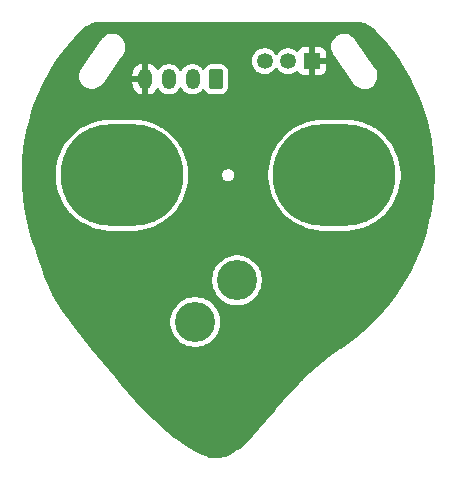
<source format=gbr>
%TF.GenerationSoftware,KiCad,Pcbnew,9.0.6*%
%TF.CreationDate,2025-11-20T15:49:29+01:00*%
%TF.ProjectId,N57__ldruckanzeige_Sensor,4e35375f-d66c-4647-9275-636b616e7a65,rev?*%
%TF.SameCoordinates,Original*%
%TF.FileFunction,Copper,L2,Bot*%
%TF.FilePolarity,Positive*%
%FSLAX46Y46*%
G04 Gerber Fmt 4.6, Leading zero omitted, Abs format (unit mm)*
G04 Created by KiCad (PCBNEW 9.0.6) date 2025-11-20 15:49:29*
%MOMM*%
%LPD*%
G01*
G04 APERTURE LIST*
G04 Aperture macros list*
%AMRoundRect*
0 Rectangle with rounded corners*
0 $1 Rounding radius*
0 $2 $3 $4 $5 $6 $7 $8 $9 X,Y pos of 4 corners*
0 Add a 4 corners polygon primitive as box body*
4,1,4,$2,$3,$4,$5,$6,$7,$8,$9,$2,$3,0*
0 Add four circle primitives for the rounded corners*
1,1,$1+$1,$2,$3*
1,1,$1+$1,$4,$5*
1,1,$1+$1,$6,$7*
1,1,$1+$1,$8,$9*
0 Add four rect primitives between the rounded corners*
20,1,$1+$1,$2,$3,$4,$5,0*
20,1,$1+$1,$4,$5,$6,$7,0*
20,1,$1+$1,$6,$7,$8,$9,0*
20,1,$1+$1,$8,$9,$2,$3,0*%
G04 Aperture macros list end*
%TA.AperFunction,ComponentPad*%
%ADD10O,10.400000X8.600000*%
%TD*%
%TA.AperFunction,ComponentPad*%
%ADD11C,3.400000*%
%TD*%
%TA.AperFunction,ComponentPad*%
%ADD12R,1.350000X1.350000*%
%TD*%
%TA.AperFunction,ComponentPad*%
%ADD13C,1.350000*%
%TD*%
%TA.AperFunction,ComponentPad*%
%ADD14RoundRect,0.250000X0.350000X0.625000X-0.350000X0.625000X-0.350000X-0.625000X0.350000X-0.625000X0*%
%TD*%
%TA.AperFunction,ComponentPad*%
%ADD15O,1.200000X1.750000*%
%TD*%
%TA.AperFunction,ViaPad*%
%ADD16C,0.800000*%
%TD*%
%TA.AperFunction,Conductor*%
%ADD17C,1.800000*%
%TD*%
G04 APERTURE END LIST*
D10*
%TO.P,H1,1,1*%
%TO.N,PRES_SENSE*%
X91000000Y-100000000D03*
%TD*%
D11*
%TO.P,J3,1,Pin_1*%
%TO.N,unconnected-(J3-Pin_1-Pad1)*%
X97216233Y-112435767D03*
%TO.P,J3,2,Pin_2*%
%TO.N,Net-(J3-Pin_2)*%
X100751767Y-108900233D03*
%TD*%
D12*
%TO.P,J2,1,Pin_1*%
%TO.N,GND*%
X107080000Y-90348000D03*
D13*
%TO.P,J2,2,Pin_2*%
%TO.N,TEMP_DQ*%
X105080000Y-90348000D03*
%TO.P,J2,3,Pin_3*%
%TO.N,+3.3V*%
X103080000Y-90348000D03*
%TD*%
D10*
%TO.P,H2,1,1*%
%TO.N,Net-(J3-Pin_2)*%
X109000000Y-100000000D03*
%TD*%
D14*
%TO.P,J1,1,Pin_1*%
%TO.N,+3.3V*%
X98984000Y-91872000D03*
D15*
%TO.P,J1,2,Pin_2*%
%TO.N,PRES_SENSE*%
X96984000Y-91872000D03*
%TO.P,J1,3,Pin_3*%
%TO.N,TEMP_DQ*%
X94984000Y-91872000D03*
%TO.P,J1,4,Pin_4*%
%TO.N,GND*%
X92984000Y-91872000D03*
%TD*%
D16*
%TO.N,GND*%
X108255000Y-114298079D03*
X84485675Y-105646753D03*
X88824000Y-113716000D03*
X93523000Y-118923000D03*
X85649000Y-108509000D03*
X106096000Y-116256000D03*
X84485675Y-94353247D03*
X114298079Y-108255000D03*
X110612423Y-112647394D03*
X87352606Y-89387577D03*
X91110000Y-91110000D03*
X104000000Y-87808000D03*
X115514325Y-94353247D03*
X93000000Y-88000000D03*
X116259176Y-97133069D03*
X83740824Y-102866931D03*
X112647394Y-110612423D03*
X102808178Y-119304000D03*
X115514325Y-105646753D03*
X98984000Y-97968000D03*
X91237000Y-116383000D03*
X96444000Y-121717000D03*
X114298079Y-91745000D03*
X100381000Y-121971000D03*
X97000000Y-88000000D03*
X87046000Y-111049000D03*
X112647394Y-89387577D03*
X83740824Y-97133069D03*
X85701921Y-91745000D03*
X116259176Y-102866931D03*
X101000000Y-87808000D03*
X111000000Y-88000000D03*
X107000000Y-88000000D03*
X116510000Y-100000000D03*
X89000000Y-88000000D03*
X96952000Y-95428000D03*
X83490000Y-100000000D03*
%TD*%
D17*
%TO.N,Net-(J3-Pin_2)*%
X109000000Y-100000000D02*
X107670000Y-101330000D01*
%TD*%
%TA.AperFunction,Conductor*%
%TO.N,GND*%
G36*
X110715648Y-87000700D02*
G01*
X110738073Y-87001975D01*
X110988501Y-87016221D01*
X111002478Y-87017817D01*
X111268344Y-87063579D01*
X111282040Y-87066747D01*
X111541003Y-87142358D01*
X111554250Y-87147057D01*
X111802902Y-87251516D01*
X111802971Y-87251545D01*
X111815621Y-87257727D01*
X112050873Y-87389731D01*
X112062732Y-87397301D01*
X112281480Y-87555113D01*
X112281512Y-87555136D01*
X112292446Y-87564011D01*
X112493735Y-87747289D01*
X112500809Y-87754268D01*
X113053523Y-88345141D01*
X113057379Y-88349462D01*
X113116812Y-88419265D01*
X113519364Y-88892054D01*
X113583479Y-88967355D01*
X113587125Y-88971846D01*
X114082395Y-89611813D01*
X114083826Y-89613661D01*
X114087233Y-89618282D01*
X114553457Y-90282639D01*
X114556653Y-90287429D01*
X114991303Y-90972764D01*
X114994290Y-90977726D01*
X115396476Y-91682627D01*
X115399227Y-91687723D01*
X115768043Y-92410601D01*
X115770554Y-92415820D01*
X116105216Y-93155135D01*
X116107481Y-93160465D01*
X116407269Y-93914633D01*
X116409282Y-93920064D01*
X116673521Y-94687384D01*
X116675278Y-94692902D01*
X116903397Y-95471721D01*
X116904895Y-95477316D01*
X117096402Y-96265942D01*
X117097637Y-96271600D01*
X117246517Y-97039456D01*
X117252114Y-97068320D01*
X117253083Y-97074030D01*
X117370184Y-97877068D01*
X117370886Y-97882817D01*
X117450368Y-98690478D01*
X117450800Y-98696253D01*
X117492479Y-99506705D01*
X117492642Y-99512495D01*
X117496433Y-100324063D01*
X117496324Y-100329853D01*
X117462218Y-101140655D01*
X117461840Y-101146435D01*
X117389908Y-101954800D01*
X117389260Y-101960555D01*
X117279663Y-102764669D01*
X117278747Y-102770387D01*
X117131724Y-103568499D01*
X117130542Y-103574169D01*
X116946414Y-104364539D01*
X116944969Y-104370148D01*
X116724127Y-105151092D01*
X116722421Y-105156626D01*
X116465367Y-105926369D01*
X116463405Y-105931818D01*
X116170680Y-106688742D01*
X116168465Y-106694094D01*
X115840721Y-107436514D01*
X115838259Y-107441756D01*
X115476208Y-108168056D01*
X115473504Y-108173178D01*
X115077926Y-108881796D01*
X115074986Y-108886785D01*
X114646758Y-109576149D01*
X114643588Y-109580996D01*
X114183638Y-110249614D01*
X114180245Y-110254308D01*
X113689566Y-110900733D01*
X113685957Y-110905263D01*
X113165648Y-111528046D01*
X113161832Y-111532403D01*
X112612992Y-112130234D01*
X112608977Y-112134407D01*
X112032836Y-112705944D01*
X112028630Y-112709926D01*
X111426424Y-113253943D01*
X111422037Y-113257724D01*
X110795082Y-113773030D01*
X110790523Y-113776602D01*
X110140188Y-114262073D01*
X110135467Y-114265428D01*
X109513036Y-114686289D01*
X109512749Y-114686483D01*
X109504331Y-114692140D01*
X109502009Y-114692964D01*
X109455238Y-114725135D01*
X109454659Y-114725525D01*
X109454609Y-114725540D01*
X109452528Y-114726925D01*
X109405356Y-114757239D01*
X109399151Y-114762488D01*
X109398761Y-114762027D01*
X109388174Y-114771266D01*
X108899550Y-115107376D01*
X108889731Y-115114130D01*
X108873420Y-115121238D01*
X108835627Y-115151346D01*
X108832039Y-115153815D01*
X108832038Y-115153816D01*
X108795815Y-115178734D01*
X108795814Y-115178735D01*
X108791994Y-115183211D01*
X108774948Y-115199690D01*
X108402469Y-115496448D01*
X108402467Y-115496449D01*
X108391676Y-115505045D01*
X108386365Y-115507508D01*
X108340274Y-115545996D01*
X108339118Y-115546918D01*
X108339109Y-115546926D01*
X108293191Y-115583511D01*
X108288898Y-115587963D01*
X108279121Y-115597064D01*
X108022813Y-115811103D01*
X108022814Y-115811104D01*
X108012996Y-115819302D01*
X108008498Y-115821497D01*
X107962516Y-115861460D01*
X107961556Y-115862262D01*
X107915692Y-115900563D01*
X107913020Y-115903465D01*
X107903152Y-115913053D01*
X107601507Y-116175217D01*
X107592235Y-116183274D01*
X107588184Y-116185342D01*
X107542631Y-116226385D01*
X107541735Y-116227164D01*
X107541698Y-116227198D01*
X107496200Y-116266743D01*
X107494385Y-116268794D01*
X107484537Y-116278729D01*
X107045803Y-116674039D01*
X107037391Y-116681620D01*
X107034168Y-116683323D01*
X106988474Y-116725696D01*
X106953891Y-116756856D01*
X106942187Y-116767402D01*
X106941903Y-116767736D01*
X106931914Y-116778144D01*
X106374975Y-117294611D01*
X106364636Y-117304199D01*
X106356869Y-117308659D01*
X106316415Y-117348915D01*
X106314805Y-117350409D01*
X106274570Y-117387719D01*
X106269384Y-117393976D01*
X106269046Y-117393696D01*
X106259808Y-117405247D01*
X106026509Y-117637412D01*
X106017190Y-117646684D01*
X106012640Y-117649426D01*
X105970583Y-117693064D01*
X105969643Y-117694000D01*
X105969644Y-117694000D01*
X105927545Y-117735895D01*
X105924653Y-117739645D01*
X105915754Y-117749956D01*
X105272216Y-118417709D01*
X105272217Y-118417710D01*
X105262421Y-118427873D01*
X105254957Y-118432735D01*
X105216795Y-118475216D01*
X105215281Y-118476788D01*
X105215279Y-118476791D01*
X105177154Y-118516352D01*
X105172332Y-118522883D01*
X105171974Y-118522618D01*
X105163415Y-118534642D01*
X104687524Y-119064428D01*
X104687523Y-119064429D01*
X104678142Y-119074871D01*
X104673154Y-119078292D01*
X104634232Y-119123753D01*
X104633192Y-119124911D01*
X104633180Y-119124926D01*
X104594126Y-119168404D01*
X104590330Y-119173941D01*
X104582260Y-119184456D01*
X104030455Y-119828983D01*
X104030456Y-119828984D01*
X104025843Y-119834371D01*
X104025828Y-119834383D01*
X103989515Y-119876804D01*
X103984660Y-119882477D01*
X103984613Y-119882532D01*
X103984606Y-119882540D01*
X103935266Y-119940170D01*
X103935201Y-119940257D01*
X103470641Y-120482980D01*
X103470642Y-120482981D01*
X103465344Y-120489170D01*
X103465223Y-120489254D01*
X103422993Y-120538647D01*
X103422850Y-120538815D01*
X103422804Y-120538869D01*
X103374842Y-120594901D01*
X103374441Y-120595436D01*
X103208395Y-120789652D01*
X103207733Y-120790420D01*
X102095558Y-122069946D01*
X102091435Y-122074459D01*
X101603803Y-122582564D01*
X101601068Y-122585326D01*
X101375211Y-122806362D01*
X101372375Y-122809052D01*
X101180840Y-122985028D01*
X101176893Y-122988502D01*
X100971889Y-123161413D01*
X100967137Y-123165226D01*
X100786917Y-123302667D01*
X100779585Y-123307850D01*
X100163119Y-123710956D01*
X100137005Y-123723935D01*
X99874003Y-123817973D01*
X99861628Y-123821683D01*
X99549641Y-123897753D01*
X99540021Y-123899698D01*
X99393979Y-123923265D01*
X99387485Y-123924138D01*
X99247474Y-123939197D01*
X99234566Y-123939908D01*
X98569142Y-123941795D01*
X98539099Y-123938188D01*
X98422807Y-123909508D01*
X98416304Y-123907715D01*
X98273906Y-123864258D01*
X98268042Y-123862307D01*
X98102056Y-123802460D01*
X98096741Y-123800405D01*
X97884536Y-123712680D01*
X97880157Y-123710770D01*
X97621428Y-123591944D01*
X97617901Y-123590257D01*
X97253885Y-123408970D01*
X97251190Y-123407586D01*
X96823401Y-123181329D01*
X96813284Y-123175348D01*
X96421552Y-122917960D01*
X96419405Y-122916517D01*
X95582878Y-122341550D01*
X95578983Y-122338761D01*
X95413717Y-122215505D01*
X95152070Y-122020367D01*
X95148707Y-122017768D01*
X94795755Y-121735013D01*
X94788225Y-121728466D01*
X93757999Y-120757278D01*
X93756764Y-120756098D01*
X93563839Y-120569142D01*
X92869869Y-119896642D01*
X92429971Y-119468451D01*
X92423238Y-119461358D01*
X92352487Y-119380683D01*
X92352466Y-119380659D01*
X92128299Y-119124911D01*
X91600160Y-118522367D01*
X91599628Y-118521755D01*
X91560751Y-118476788D01*
X90932363Y-117749956D01*
X90394646Y-117127999D01*
X90389377Y-117122554D01*
X88366231Y-114692673D01*
X88363745Y-114689589D01*
X88361323Y-114686483D01*
X86926723Y-112846435D01*
X86767804Y-112642602D01*
X86765974Y-112640195D01*
X86662136Y-112500095D01*
X86512423Y-112298099D01*
X95115733Y-112298099D01*
X95115733Y-112573434D01*
X95115734Y-112573451D01*
X95151671Y-112846422D01*
X95151672Y-112846427D01*
X95151673Y-112846433D01*
X95151674Y-112846435D01*
X95222937Y-113112397D01*
X95328308Y-113366784D01*
X95328313Y-113366795D01*
X95411094Y-113510174D01*
X95465984Y-113605246D01*
X95465986Y-113605249D01*
X95465987Y-113605250D01*
X95633603Y-113823693D01*
X95633609Y-113823700D01*
X95828299Y-114018390D01*
X95828305Y-114018395D01*
X96046754Y-114186016D01*
X96200011Y-114274499D01*
X96285204Y-114323686D01*
X96285209Y-114323688D01*
X96285212Y-114323690D01*
X96539601Y-114429062D01*
X96805567Y-114500327D01*
X97078559Y-114536267D01*
X97078566Y-114536267D01*
X97353900Y-114536267D01*
X97353907Y-114536267D01*
X97626899Y-114500327D01*
X97892865Y-114429062D01*
X98147254Y-114323690D01*
X98385712Y-114186016D01*
X98604161Y-114018395D01*
X98798861Y-113823695D01*
X98966482Y-113605246D01*
X99104156Y-113366788D01*
X99209528Y-113112399D01*
X99280793Y-112846433D01*
X99316733Y-112573441D01*
X99316733Y-112298093D01*
X99280793Y-112025101D01*
X99209528Y-111759135D01*
X99104156Y-111504746D01*
X99104154Y-111504743D01*
X99104152Y-111504738D01*
X99054965Y-111419545D01*
X98966482Y-111266288D01*
X98866372Y-111135821D01*
X98798862Y-111047840D01*
X98798856Y-111047833D01*
X98604166Y-110853143D01*
X98604159Y-110853137D01*
X98385716Y-110685521D01*
X98385715Y-110685520D01*
X98385712Y-110685518D01*
X98240397Y-110601620D01*
X98147261Y-110547847D01*
X98147250Y-110547842D01*
X97892863Y-110442471D01*
X97738040Y-110400987D01*
X97626899Y-110371207D01*
X97626893Y-110371206D01*
X97626888Y-110371205D01*
X97353917Y-110335268D01*
X97353912Y-110335267D01*
X97353907Y-110335267D01*
X97078559Y-110335267D01*
X97078553Y-110335267D01*
X97078548Y-110335268D01*
X96805577Y-110371205D01*
X96805570Y-110371206D01*
X96805567Y-110371207D01*
X96749358Y-110386267D01*
X96539602Y-110442471D01*
X96285215Y-110547842D01*
X96285204Y-110547847D01*
X96046749Y-110685521D01*
X95828306Y-110853137D01*
X95828299Y-110853143D01*
X95633609Y-111047833D01*
X95633603Y-111047840D01*
X95465987Y-111266283D01*
X95328313Y-111504738D01*
X95328308Y-111504749D01*
X95222937Y-111759136D01*
X95151674Y-112025098D01*
X95151671Y-112025111D01*
X95115734Y-112298082D01*
X95115733Y-112298099D01*
X86512423Y-112298099D01*
X86264115Y-111963075D01*
X86262367Y-111960655D01*
X86179623Y-111843138D01*
X86178092Y-111840913D01*
X85952181Y-111504738D01*
X85690697Y-111115627D01*
X85688292Y-111111905D01*
X85371573Y-110601610D01*
X85367016Y-110593617D01*
X85296951Y-110459384D01*
X85296859Y-110458973D01*
X85266565Y-110401169D01*
X85236167Y-110342931D01*
X85232944Y-110336756D01*
X85231967Y-110335152D01*
X85212523Y-110298052D01*
X85211489Y-110296035D01*
X85098097Y-110069712D01*
X84977944Y-109829896D01*
X84975688Y-109825142D01*
X84929108Y-109721360D01*
X84731703Y-109281536D01*
X84728941Y-109274867D01*
X84534119Y-108762565D01*
X98651267Y-108762565D01*
X98651267Y-109037900D01*
X98651268Y-109037917D01*
X98687205Y-109310888D01*
X98687206Y-109310893D01*
X98687207Y-109310899D01*
X98687208Y-109310901D01*
X98758471Y-109576863D01*
X98863842Y-109831250D01*
X98863847Y-109831261D01*
X98928325Y-109942938D01*
X99001518Y-110069712D01*
X99001520Y-110069715D01*
X99001521Y-110069716D01*
X99169137Y-110288159D01*
X99169143Y-110288166D01*
X99363833Y-110482856D01*
X99363839Y-110482861D01*
X99582288Y-110650482D01*
X99735545Y-110738965D01*
X99820738Y-110788152D01*
X99820743Y-110788154D01*
X99820746Y-110788156D01*
X100075135Y-110893528D01*
X100341101Y-110964793D01*
X100614093Y-111000733D01*
X100614100Y-111000733D01*
X100889434Y-111000733D01*
X100889441Y-111000733D01*
X101162433Y-110964793D01*
X101428399Y-110893528D01*
X101682788Y-110788156D01*
X101921246Y-110650482D01*
X102139695Y-110482861D01*
X102334395Y-110288161D01*
X102502016Y-110069712D01*
X102639690Y-109831254D01*
X102745062Y-109576865D01*
X102816327Y-109310899D01*
X102852267Y-109037907D01*
X102852267Y-108762559D01*
X102816327Y-108489567D01*
X102745062Y-108223601D01*
X102639690Y-107969212D01*
X102639688Y-107969209D01*
X102639686Y-107969204D01*
X102590499Y-107884011D01*
X102502016Y-107730754D01*
X102334395Y-107512305D01*
X102334390Y-107512299D01*
X102139700Y-107317609D01*
X102139693Y-107317603D01*
X101921250Y-107149987D01*
X101921249Y-107149986D01*
X101921246Y-107149984D01*
X101826174Y-107095094D01*
X101682795Y-107012313D01*
X101682784Y-107012308D01*
X101428397Y-106906937D01*
X101295416Y-106871305D01*
X101162433Y-106835673D01*
X101162427Y-106835672D01*
X101162422Y-106835671D01*
X100889451Y-106799734D01*
X100889446Y-106799733D01*
X100889441Y-106799733D01*
X100614093Y-106799733D01*
X100614087Y-106799733D01*
X100614082Y-106799734D01*
X100341111Y-106835671D01*
X100341104Y-106835672D01*
X100341101Y-106835673D01*
X100284892Y-106850733D01*
X100075136Y-106906937D01*
X99820749Y-107012308D01*
X99820738Y-107012313D01*
X99582283Y-107149987D01*
X99363840Y-107317603D01*
X99363833Y-107317609D01*
X99169143Y-107512299D01*
X99169137Y-107512306D01*
X99001521Y-107730749D01*
X98863847Y-107969204D01*
X98863842Y-107969215D01*
X98758471Y-108223602D01*
X98687208Y-108489564D01*
X98687205Y-108489577D01*
X98651268Y-108762548D01*
X98651267Y-108762565D01*
X84534119Y-108762565D01*
X84337007Y-108244241D01*
X84336207Y-108242076D01*
X84048277Y-107437907D01*
X84047647Y-107436102D01*
X84007301Y-107317609D01*
X83536121Y-105933780D01*
X83535841Y-105930284D01*
X83514912Y-105871489D01*
X83512359Y-105863989D01*
X83511984Y-105862870D01*
X83495962Y-105814309D01*
X83259408Y-105097323D01*
X83257731Y-105091813D01*
X83148535Y-104700500D01*
X83040318Y-104312693D01*
X83038898Y-104307105D01*
X82961114Y-103968142D01*
X82857971Y-103518671D01*
X82856827Y-103513086D01*
X82712794Y-102717105D01*
X82711909Y-102711470D01*
X82605073Y-101909622D01*
X82604446Y-101903897D01*
X82595543Y-101800512D01*
X82535048Y-101098000D01*
X82534688Y-101092242D01*
X82529153Y-100951634D01*
X82502871Y-100283977D01*
X82502779Y-100278271D01*
X82506267Y-99794770D01*
X85399500Y-99794770D01*
X85399500Y-100205229D01*
X85435274Y-100614127D01*
X85435274Y-100614129D01*
X85506547Y-101018334D01*
X85506551Y-101018351D01*
X85612780Y-101414807D01*
X85753164Y-101800512D01*
X85753168Y-101800522D01*
X85926629Y-102172507D01*
X85926634Y-102172517D01*
X86131862Y-102527983D01*
X86131866Y-102527989D01*
X86131873Y-102528000D01*
X86367290Y-102864210D01*
X86557991Y-103091478D01*
X86631126Y-103178637D01*
X86921363Y-103468874D01*
X86980751Y-103518706D01*
X87235789Y-103732709D01*
X87571999Y-103968126D01*
X87572006Y-103968130D01*
X87572017Y-103968138D01*
X87927483Y-104173366D01*
X87927492Y-104173370D01*
X88299477Y-104346831D01*
X88299487Y-104346835D01*
X88587795Y-104451770D01*
X88685186Y-104487217D01*
X88685187Y-104487217D01*
X88685192Y-104487219D01*
X88809745Y-104520592D01*
X89081656Y-104593451D01*
X89485877Y-104664726D01*
X89894770Y-104700499D01*
X89894771Y-104700500D01*
X89894772Y-104700500D01*
X92105229Y-104700500D01*
X92105229Y-104700499D01*
X92514123Y-104664726D01*
X92918344Y-104593451D01*
X93314814Y-104487217D01*
X93605055Y-104381578D01*
X93700512Y-104346835D01*
X93700522Y-104346831D01*
X93824517Y-104289010D01*
X94072517Y-104173366D01*
X94427983Y-103968138D01*
X94764209Y-103732710D01*
X95078637Y-103468874D01*
X95368874Y-103178637D01*
X95632710Y-102864209D01*
X95868138Y-102527983D01*
X96073366Y-102172517D01*
X96246833Y-101800517D01*
X96387217Y-101414814D01*
X96493451Y-101018344D01*
X96564726Y-100614123D01*
X96600500Y-100205228D01*
X96600500Y-99932791D01*
X99489500Y-99932791D01*
X99489500Y-100067209D01*
X99504980Y-100124980D01*
X99524290Y-100197047D01*
X99524291Y-100197048D01*
X99591495Y-100313450D01*
X99591497Y-100313453D01*
X99591498Y-100313454D01*
X99686546Y-100408502D01*
X99802954Y-100475710D01*
X99932791Y-100510500D01*
X99932794Y-100510500D01*
X100067206Y-100510500D01*
X100067209Y-100510500D01*
X100197046Y-100475710D01*
X100313454Y-100408502D01*
X100408502Y-100313454D01*
X100475710Y-100197046D01*
X100510500Y-100067209D01*
X100510500Y-99932791D01*
X100481392Y-99824159D01*
X100481392Y-99824157D01*
X100475711Y-99802958D01*
X100475710Y-99802954D01*
X100470985Y-99794770D01*
X103399500Y-99794770D01*
X103399500Y-100205229D01*
X103435274Y-100614127D01*
X103435274Y-100614129D01*
X103506547Y-101018334D01*
X103506551Y-101018351D01*
X103612780Y-101414807D01*
X103753164Y-101800512D01*
X103753168Y-101800522D01*
X103926629Y-102172507D01*
X103926634Y-102172517D01*
X104131862Y-102527983D01*
X104131866Y-102527989D01*
X104131873Y-102528000D01*
X104367290Y-102864210D01*
X104557991Y-103091478D01*
X104631126Y-103178637D01*
X104921363Y-103468874D01*
X104980751Y-103518706D01*
X105235789Y-103732709D01*
X105571999Y-103968126D01*
X105572006Y-103968130D01*
X105572017Y-103968138D01*
X105927483Y-104173366D01*
X105927492Y-104173370D01*
X106299477Y-104346831D01*
X106299487Y-104346835D01*
X106587795Y-104451770D01*
X106685186Y-104487217D01*
X106685187Y-104487217D01*
X106685192Y-104487219D01*
X106809745Y-104520592D01*
X107081656Y-104593451D01*
X107485877Y-104664726D01*
X107894770Y-104700499D01*
X107894771Y-104700500D01*
X107894772Y-104700500D01*
X110105229Y-104700500D01*
X110105229Y-104700499D01*
X110514123Y-104664726D01*
X110918344Y-104593451D01*
X111314814Y-104487217D01*
X111605055Y-104381578D01*
X111700512Y-104346835D01*
X111700522Y-104346831D01*
X111824517Y-104289010D01*
X112072517Y-104173366D01*
X112427983Y-103968138D01*
X112764209Y-103732710D01*
X113078637Y-103468874D01*
X113368874Y-103178637D01*
X113632710Y-102864209D01*
X113868138Y-102527983D01*
X114073366Y-102172517D01*
X114246833Y-101800517D01*
X114387217Y-101414814D01*
X114493451Y-101018344D01*
X114564726Y-100614123D01*
X114600500Y-100205228D01*
X114600500Y-99794772D01*
X114564726Y-99385877D01*
X114493451Y-98981656D01*
X114405396Y-98653031D01*
X114387219Y-98585192D01*
X114246835Y-98199487D01*
X114246831Y-98199477D01*
X114081706Y-97845368D01*
X114073366Y-97827483D01*
X113868138Y-97472017D01*
X113868130Y-97472006D01*
X113868126Y-97471999D01*
X113632709Y-97135789D01*
X113478575Y-96952100D01*
X113368874Y-96821363D01*
X113078637Y-96531126D01*
X112991478Y-96457991D01*
X112764210Y-96267290D01*
X112428000Y-96031873D01*
X112427989Y-96031866D01*
X112427983Y-96031862D01*
X112322377Y-95970890D01*
X112072523Y-95826637D01*
X112072507Y-95826629D01*
X111700522Y-95653168D01*
X111700512Y-95653164D01*
X111314807Y-95512780D01*
X110918351Y-95406551D01*
X110918354Y-95406551D01*
X110918344Y-95406549D01*
X110918338Y-95406547D01*
X110918334Y-95406547D01*
X110514128Y-95335274D01*
X110105229Y-95299500D01*
X110105228Y-95299500D01*
X107894772Y-95299500D01*
X107894771Y-95299500D01*
X107485872Y-95335274D01*
X107485870Y-95335274D01*
X107081665Y-95406547D01*
X107081648Y-95406551D01*
X106685192Y-95512780D01*
X106299487Y-95653164D01*
X106299477Y-95653168D01*
X105927492Y-95826629D01*
X105927476Y-95826637D01*
X105572025Y-96031857D01*
X105571999Y-96031873D01*
X105235789Y-96267290D01*
X104921360Y-96531128D01*
X104631128Y-96821360D01*
X104367290Y-97135789D01*
X104131873Y-97471999D01*
X104131857Y-97472025D01*
X103926637Y-97827476D01*
X103926629Y-97827492D01*
X103753168Y-98199477D01*
X103753164Y-98199487D01*
X103612780Y-98585192D01*
X103506551Y-98981648D01*
X103506547Y-98981665D01*
X103435274Y-99385870D01*
X103435274Y-99385872D01*
X103399500Y-99794770D01*
X100470985Y-99794770D01*
X100408502Y-99686546D01*
X100313454Y-99591498D01*
X100313453Y-99591497D01*
X100313450Y-99591495D01*
X100197048Y-99524291D01*
X100197047Y-99524290D01*
X100164586Y-99515592D01*
X100067209Y-99489500D01*
X99932791Y-99489500D01*
X99868582Y-99506705D01*
X99802952Y-99524290D01*
X99802951Y-99524291D01*
X99686549Y-99591495D01*
X99686544Y-99591499D01*
X99591499Y-99686544D01*
X99591495Y-99686549D01*
X99524291Y-99802951D01*
X99524290Y-99802952D01*
X99518608Y-99824159D01*
X99489500Y-99932791D01*
X96600500Y-99932791D01*
X96600500Y-99794772D01*
X96564726Y-99385877D01*
X96493451Y-98981656D01*
X96405396Y-98653031D01*
X96387219Y-98585192D01*
X96246835Y-98199487D01*
X96246831Y-98199477D01*
X96081706Y-97845368D01*
X96073366Y-97827483D01*
X95868138Y-97472017D01*
X95868130Y-97472006D01*
X95868126Y-97471999D01*
X95632709Y-97135789D01*
X95478575Y-96952100D01*
X95368874Y-96821363D01*
X95078637Y-96531126D01*
X94991478Y-96457991D01*
X94764210Y-96267290D01*
X94428000Y-96031873D01*
X94427989Y-96031866D01*
X94427983Y-96031862D01*
X94322377Y-95970890D01*
X94072523Y-95826637D01*
X94072507Y-95826629D01*
X93700522Y-95653168D01*
X93700512Y-95653164D01*
X93314807Y-95512780D01*
X92918351Y-95406551D01*
X92918354Y-95406551D01*
X92918344Y-95406549D01*
X92918338Y-95406547D01*
X92918334Y-95406547D01*
X92514128Y-95335274D01*
X92105229Y-95299500D01*
X92105228Y-95299500D01*
X89894772Y-95299500D01*
X89894771Y-95299500D01*
X89485872Y-95335274D01*
X89485870Y-95335274D01*
X89081665Y-95406547D01*
X89081648Y-95406551D01*
X88685192Y-95512780D01*
X88299487Y-95653164D01*
X88299477Y-95653168D01*
X87927492Y-95826629D01*
X87927476Y-95826637D01*
X87572025Y-96031857D01*
X87571999Y-96031873D01*
X87235789Y-96267290D01*
X86921360Y-96531128D01*
X86631128Y-96821360D01*
X86367290Y-97135789D01*
X86131873Y-97471999D01*
X86131857Y-97472025D01*
X85926637Y-97827476D01*
X85926629Y-97827492D01*
X85753168Y-98199477D01*
X85753164Y-98199487D01*
X85612780Y-98585192D01*
X85506551Y-98981648D01*
X85506547Y-98981665D01*
X85435274Y-99385870D01*
X85435274Y-99385872D01*
X85399500Y-99794770D01*
X82506267Y-99794770D01*
X82508614Y-99469376D01*
X82508790Y-99463614D01*
X82512974Y-99385872D01*
X82552263Y-98655875D01*
X82552704Y-98650170D01*
X82633723Y-97845343D01*
X82634427Y-97839665D01*
X82752817Y-97039452D01*
X82753795Y-97033767D01*
X82795403Y-96821360D01*
X82909291Y-96239973D01*
X82910519Y-96234391D01*
X83102801Y-95448647D01*
X83104290Y-95443122D01*
X83332924Y-94667204D01*
X83334682Y-94661714D01*
X83417099Y-94423516D01*
X83599179Y-93897276D01*
X83601172Y-93891924D01*
X83900980Y-93140570D01*
X83903206Y-93135350D01*
X84237650Y-92398782D01*
X84240127Y-92393648D01*
X84608488Y-91673445D01*
X84611214Y-91668408D01*
X84632487Y-91631196D01*
X87375579Y-91631196D01*
X87375580Y-91631205D01*
X87401680Y-91833476D01*
X87401681Y-91833481D01*
X87464508Y-92027521D01*
X87464509Y-92027522D01*
X87561921Y-92206713D01*
X87690580Y-92364929D01*
X87690601Y-92364954D01*
X87690607Y-92364960D01*
X87846125Y-92496820D01*
X87846165Y-92496854D01*
X88023319Y-92597925D01*
X88023325Y-92597927D01*
X88023327Y-92597928D01*
X88206824Y-92661532D01*
X88216027Y-92664722D01*
X88417729Y-92694972D01*
X88621554Y-92687644D01*
X88820562Y-92642987D01*
X89007976Y-92562523D01*
X89177414Y-92448992D01*
X89323105Y-92306260D01*
X89337166Y-92286177D01*
X89337171Y-92286172D01*
X89362102Y-92250568D01*
X89880353Y-91510428D01*
X91884000Y-91510428D01*
X91884000Y-91622000D01*
X92703670Y-91622000D01*
X92683925Y-91641745D01*
X92634556Y-91727255D01*
X92609000Y-91822630D01*
X92609000Y-91921370D01*
X92634556Y-92016745D01*
X92683925Y-92102255D01*
X92703670Y-92122000D01*
X91884000Y-92122000D01*
X91884000Y-92233571D01*
X91911085Y-92404584D01*
X91964591Y-92569257D01*
X92043195Y-92723524D01*
X92144967Y-92863602D01*
X92267397Y-92986032D01*
X92407475Y-93087804D01*
X92561744Y-93166408D01*
X92726415Y-93219914D01*
X92726414Y-93219914D01*
X92733999Y-93221115D01*
X92734000Y-93221114D01*
X92734000Y-92152330D01*
X92753745Y-92172075D01*
X92839255Y-92221444D01*
X92934630Y-92247000D01*
X93033370Y-92247000D01*
X93128745Y-92221444D01*
X93214255Y-92172075D01*
X93234000Y-92152330D01*
X93234000Y-93221115D01*
X93241584Y-93219914D01*
X93406255Y-93166408D01*
X93560524Y-93087804D01*
X93700602Y-92986032D01*
X93823032Y-92863602D01*
X93924803Y-92723524D01*
X93933076Y-92707289D01*
X93981049Y-92656492D01*
X94048870Y-92639696D01*
X94115005Y-92662232D01*
X94146664Y-92694691D01*
X94206860Y-92784782D01*
X94346214Y-92924136D01*
X94346218Y-92924139D01*
X94510079Y-93033628D01*
X94510092Y-93033635D01*
X94667284Y-93098745D01*
X94692165Y-93109051D01*
X94692169Y-93109051D01*
X94692170Y-93109052D01*
X94885456Y-93147500D01*
X94885459Y-93147500D01*
X95082543Y-93147500D01*
X95212582Y-93121632D01*
X95275835Y-93109051D01*
X95457914Y-93033632D01*
X95621782Y-92924139D01*
X95761139Y-92784782D01*
X95870632Y-92620914D01*
X95870634Y-92620907D01*
X95873502Y-92615544D01*
X95875310Y-92616510D01*
X95913272Y-92569397D01*
X95979564Y-92547326D01*
X96047265Y-92564600D01*
X96094879Y-92615734D01*
X96096522Y-92619331D01*
X96097371Y-92620920D01*
X96206860Y-92784781D01*
X96206863Y-92784785D01*
X96346214Y-92924136D01*
X96346218Y-92924139D01*
X96510079Y-93033628D01*
X96510092Y-93033635D01*
X96667284Y-93098745D01*
X96692165Y-93109051D01*
X96692169Y-93109051D01*
X96692170Y-93109052D01*
X96885456Y-93147500D01*
X96885459Y-93147500D01*
X97082543Y-93147500D01*
X97212582Y-93121632D01*
X97275835Y-93109051D01*
X97457914Y-93033632D01*
X97621782Y-92924139D01*
X97761139Y-92784782D01*
X97807736Y-92715043D01*
X97861347Y-92670240D01*
X97930672Y-92661532D01*
X97993700Y-92691686D01*
X98029914Y-92749338D01*
X98032255Y-92757396D01*
X98115917Y-92898862D01*
X98115923Y-92898870D01*
X98232129Y-93015076D01*
X98232133Y-93015079D01*
X98232135Y-93015081D01*
X98373602Y-93098744D01*
X98409072Y-93109049D01*
X98531426Y-93144597D01*
X98531429Y-93144597D01*
X98531431Y-93144598D01*
X98568306Y-93147500D01*
X98568314Y-93147500D01*
X99399686Y-93147500D01*
X99399694Y-93147500D01*
X99436569Y-93144598D01*
X99436571Y-93144597D01*
X99436573Y-93144597D01*
X99478191Y-93132505D01*
X99594398Y-93098744D01*
X99735865Y-93015081D01*
X99852081Y-92898865D01*
X99935744Y-92757398D01*
X99981598Y-92599569D01*
X99984500Y-92562694D01*
X99984500Y-91181306D01*
X99981598Y-91144431D01*
X99977515Y-91130379D01*
X99945585Y-91020475D01*
X99935744Y-90986602D01*
X99852081Y-90845135D01*
X99852079Y-90845133D01*
X99852076Y-90845129D01*
X99735870Y-90728923D01*
X99735862Y-90728917D01*
X99594396Y-90645255D01*
X99594393Y-90645254D01*
X99436573Y-90599402D01*
X99436567Y-90599401D01*
X99399701Y-90596500D01*
X99399694Y-90596500D01*
X98568306Y-90596500D01*
X98568298Y-90596500D01*
X98531432Y-90599401D01*
X98531426Y-90599402D01*
X98373606Y-90645254D01*
X98373603Y-90645255D01*
X98232137Y-90728917D01*
X98232129Y-90728923D01*
X98115923Y-90845129D01*
X98115917Y-90845137D01*
X98032255Y-90986603D01*
X98032253Y-90986607D01*
X98029913Y-90994663D01*
X97992305Y-91053548D01*
X97928831Y-91082752D01*
X97859645Y-91073003D01*
X97807736Y-91028955D01*
X97761139Y-90959217D01*
X97621785Y-90819863D01*
X97621781Y-90819860D01*
X97457920Y-90710371D01*
X97457907Y-90710364D01*
X97275839Y-90634950D01*
X97275829Y-90634947D01*
X97082543Y-90596500D01*
X97082541Y-90596500D01*
X96885459Y-90596500D01*
X96885457Y-90596500D01*
X96692170Y-90634947D01*
X96692160Y-90634950D01*
X96510092Y-90710364D01*
X96510079Y-90710371D01*
X96346218Y-90819860D01*
X96346214Y-90819863D01*
X96206863Y-90959214D01*
X96206860Y-90959218D01*
X96097371Y-91123079D01*
X96094498Y-91128456D01*
X96092691Y-91127490D01*
X96054715Y-91174612D01*
X95988420Y-91196673D01*
X95920721Y-91179391D01*
X95873113Y-91128251D01*
X95871473Y-91124660D01*
X95870628Y-91123079D01*
X95761139Y-90959218D01*
X95761136Y-90959214D01*
X95621785Y-90819863D01*
X95621781Y-90819860D01*
X95457920Y-90710371D01*
X95457907Y-90710364D01*
X95275839Y-90634950D01*
X95275829Y-90634947D01*
X95082543Y-90596500D01*
X95082541Y-90596500D01*
X94885459Y-90596500D01*
X94885457Y-90596500D01*
X94692170Y-90634947D01*
X94692160Y-90634950D01*
X94510092Y-90710364D01*
X94510079Y-90710371D01*
X94346218Y-90819860D01*
X94346214Y-90819863D01*
X94206863Y-90959214D01*
X94206860Y-90959218D01*
X94146664Y-91049308D01*
X94093052Y-91094113D01*
X94023727Y-91102820D01*
X93960699Y-91072665D01*
X93933077Y-91036712D01*
X93924804Y-91020475D01*
X93823032Y-90880397D01*
X93700602Y-90757967D01*
X93560524Y-90656195D01*
X93406257Y-90577591D01*
X93241589Y-90524087D01*
X93241581Y-90524085D01*
X93234000Y-90522884D01*
X93234000Y-91591670D01*
X93214255Y-91571925D01*
X93128745Y-91522556D01*
X93033370Y-91497000D01*
X92934630Y-91497000D01*
X92839255Y-91522556D01*
X92753745Y-91571925D01*
X92734000Y-91591670D01*
X92734000Y-90522884D01*
X92733999Y-90522884D01*
X92726418Y-90524085D01*
X92726410Y-90524087D01*
X92561742Y-90577591D01*
X92407475Y-90656195D01*
X92267397Y-90757967D01*
X92144967Y-90880397D01*
X92043195Y-91020475D01*
X91964591Y-91174742D01*
X91911085Y-91339415D01*
X91884000Y-91510428D01*
X89880353Y-91510428D01*
X90753567Y-90263350D01*
X102004500Y-90263350D01*
X102004500Y-90432649D01*
X102030981Y-90599847D01*
X102083296Y-90760853D01*
X102160152Y-90911688D01*
X102259648Y-91048634D01*
X102259652Y-91048639D01*
X102379360Y-91168347D01*
X102379365Y-91168351D01*
X102463577Y-91229534D01*
X102516315Y-91267850D01*
X102589550Y-91305165D01*
X102667146Y-91344703D01*
X102667148Y-91344703D01*
X102667151Y-91344705D01*
X102753450Y-91372745D01*
X102828152Y-91397018D01*
X102995351Y-91423500D01*
X102995356Y-91423500D01*
X103164649Y-91423500D01*
X103331847Y-91397018D01*
X103492849Y-91344705D01*
X103643685Y-91267850D01*
X103780641Y-91168346D01*
X103900346Y-91048641D01*
X103939563Y-90994663D01*
X103979682Y-90939445D01*
X104035011Y-90896779D01*
X104104625Y-90890800D01*
X104166420Y-90923405D01*
X104180318Y-90939445D01*
X104259648Y-91048634D01*
X104259652Y-91048639D01*
X104379360Y-91168347D01*
X104379365Y-91168351D01*
X104463577Y-91229534D01*
X104516315Y-91267850D01*
X104589550Y-91305165D01*
X104667146Y-91344703D01*
X104667148Y-91344703D01*
X104667151Y-91344705D01*
X104753450Y-91372745D01*
X104828152Y-91397018D01*
X104995351Y-91423500D01*
X104995356Y-91423500D01*
X105164649Y-91423500D01*
X105331847Y-91397018D01*
X105492849Y-91344705D01*
X105643685Y-91267850D01*
X105762631Y-91181430D01*
X105828437Y-91157951D01*
X105896491Y-91173776D01*
X105945186Y-91223882D01*
X105951698Y-91238415D01*
X105961646Y-91265088D01*
X105961649Y-91265093D01*
X106047809Y-91380187D01*
X106047812Y-91380190D01*
X106162906Y-91466350D01*
X106162913Y-91466354D01*
X106297620Y-91516596D01*
X106297627Y-91516598D01*
X106357155Y-91522999D01*
X106357172Y-91523000D01*
X106830000Y-91523000D01*
X106830000Y-90663686D01*
X106834394Y-90668080D01*
X106925606Y-90720741D01*
X107027339Y-90748000D01*
X107132661Y-90748000D01*
X107234394Y-90720741D01*
X107325606Y-90668080D01*
X107330000Y-90663686D01*
X107330000Y-91523000D01*
X107802828Y-91523000D01*
X107802844Y-91522999D01*
X107862372Y-91516598D01*
X107862379Y-91516596D01*
X107997086Y-91466354D01*
X107997093Y-91466350D01*
X108112187Y-91380190D01*
X108112190Y-91380187D01*
X108198350Y-91265093D01*
X108198354Y-91265086D01*
X108248596Y-91130379D01*
X108248598Y-91130372D01*
X108254999Y-91070844D01*
X108255000Y-91070827D01*
X108255000Y-90598000D01*
X107395686Y-90598000D01*
X107400080Y-90593606D01*
X107452741Y-90502394D01*
X107480000Y-90400661D01*
X107480000Y-90295339D01*
X107452741Y-90193606D01*
X107400080Y-90102394D01*
X107395686Y-90098000D01*
X108255000Y-90098000D01*
X108255000Y-89625172D01*
X108254999Y-89625155D01*
X108248598Y-89565627D01*
X108248596Y-89565620D01*
X108198354Y-89430913D01*
X108198350Y-89430906D01*
X108112190Y-89315812D01*
X108112187Y-89315809D01*
X107997093Y-89229649D01*
X107997086Y-89229645D01*
X107949151Y-89211767D01*
X107862379Y-89179403D01*
X107862372Y-89179401D01*
X107802844Y-89173000D01*
X107330000Y-89173000D01*
X107330000Y-90032314D01*
X107325606Y-90027920D01*
X107234394Y-89975259D01*
X107132661Y-89948000D01*
X107027339Y-89948000D01*
X106925606Y-89975259D01*
X106834394Y-90027920D01*
X106830000Y-90032314D01*
X106830000Y-89173000D01*
X106357155Y-89173000D01*
X106297627Y-89179401D01*
X106297620Y-89179403D01*
X106162913Y-89229645D01*
X106162906Y-89229649D01*
X106047812Y-89315809D01*
X106047809Y-89315812D01*
X105961649Y-89430906D01*
X105961644Y-89430915D01*
X105951697Y-89457585D01*
X105909825Y-89513518D01*
X105844361Y-89537934D01*
X105776088Y-89523082D01*
X105762631Y-89514568D01*
X105643688Y-89428152D01*
X105643687Y-89428151D01*
X105643685Y-89428150D01*
X105596582Y-89404150D01*
X105492853Y-89351296D01*
X105331847Y-89298981D01*
X105164649Y-89272500D01*
X105164644Y-89272500D01*
X104995356Y-89272500D01*
X104995351Y-89272500D01*
X104828152Y-89298981D01*
X104667146Y-89351296D01*
X104516311Y-89428152D01*
X104379365Y-89527648D01*
X104379360Y-89527652D01*
X104259652Y-89647360D01*
X104259648Y-89647365D01*
X104180318Y-89756554D01*
X104124988Y-89799220D01*
X104055375Y-89805199D01*
X103993580Y-89772593D01*
X103979682Y-89756554D01*
X103900351Y-89647365D01*
X103900347Y-89647360D01*
X103780639Y-89527652D01*
X103780634Y-89527648D01*
X103643688Y-89428152D01*
X103643687Y-89428151D01*
X103643685Y-89428150D01*
X103596582Y-89404150D01*
X103492853Y-89351296D01*
X103331847Y-89298981D01*
X103164649Y-89272500D01*
X103164644Y-89272500D01*
X102995356Y-89272500D01*
X102995351Y-89272500D01*
X102828152Y-89298981D01*
X102667146Y-89351296D01*
X102516311Y-89428152D01*
X102379365Y-89527648D01*
X102379360Y-89527652D01*
X102259652Y-89647360D01*
X102259648Y-89647365D01*
X102160152Y-89784311D01*
X102083296Y-89935146D01*
X102030981Y-90096152D01*
X102004500Y-90263350D01*
X90753567Y-90263350D01*
X91064547Y-89819224D01*
X91064568Y-89819207D01*
X91099104Y-89769872D01*
X91140119Y-89711297D01*
X91140120Y-89711294D01*
X91144645Y-89704832D01*
X91144889Y-89704429D01*
X91160815Y-89681681D01*
X91245082Y-89495968D01*
X91293792Y-89297935D01*
X91305287Y-89094323D01*
X91305285Y-89094311D01*
X108694689Y-89094311D01*
X108694689Y-89094325D01*
X108706183Y-89297933D01*
X108754893Y-89495968D01*
X108754896Y-89495979D01*
X108839159Y-89681682D01*
X108839161Y-89681687D01*
X108839162Y-89681688D01*
X108859868Y-89711266D01*
X108859879Y-89711296D01*
X108895206Y-89761749D01*
X108897283Y-89764715D01*
X108897640Y-89765225D01*
X108897648Y-89765236D01*
X108940265Y-89826115D01*
X108940344Y-89826212D01*
X110580606Y-92168747D01*
X110581587Y-92170147D01*
X110607190Y-92206713D01*
X110656199Y-92276704D01*
X110656305Y-92276793D01*
X110661025Y-92283530D01*
X110661026Y-92283534D01*
X110661041Y-92283552D01*
X110662885Y-92286186D01*
X110676922Y-92306233D01*
X110676926Y-92306238D01*
X110822607Y-92448961D01*
X110822608Y-92448961D01*
X110822610Y-92448963D01*
X110992041Y-92562490D01*
X110992042Y-92562490D01*
X110992043Y-92562491D01*
X111029242Y-92578461D01*
X111179449Y-92642951D01*
X111378450Y-92687606D01*
X111582267Y-92694934D01*
X111783962Y-92664686D01*
X111976663Y-92597891D01*
X112153810Y-92496825D01*
X112309370Y-92364929D01*
X112438046Y-92206695D01*
X112535454Y-92027511D01*
X112598280Y-91833478D01*
X112624382Y-91631206D01*
X112624381Y-91631196D01*
X112616795Y-91497000D01*
X112612871Y-91427581D01*
X112564141Y-91229539D01*
X112561573Y-91223882D01*
X112479853Y-91043827D01*
X112479852Y-91043826D01*
X112479851Y-91043823D01*
X112461771Y-91018001D01*
X112461766Y-91017993D01*
X110743189Y-88563612D01*
X110743172Y-88563588D01*
X110738401Y-88556771D01*
X110738395Y-88556753D01*
X110730769Y-88545865D01*
X110730742Y-88545786D01*
X110642120Y-88419248D01*
X110642119Y-88419247D01*
X110496427Y-88276545D01*
X110496423Y-88276541D01*
X110326988Y-88163035D01*
X110326985Y-88163033D01*
X110326984Y-88163033D01*
X110326983Y-88163032D01*
X110139589Y-88082595D01*
X110139581Y-88082592D01*
X109940591Y-88037954D01*
X109736786Y-88030636D01*
X109736781Y-88030637D01*
X109736780Y-88030637D01*
X109535097Y-88060892D01*
X109535094Y-88060892D01*
X109535093Y-88060893D01*
X109535088Y-88060894D01*
X109342416Y-88127683D01*
X109342408Y-88127687D01*
X109165271Y-88228748D01*
X109108877Y-88276563D01*
X109009715Y-88360640D01*
X109009713Y-88360641D01*
X109009711Y-88360644D01*
X108881043Y-88518863D01*
X108881042Y-88518865D01*
X108783636Y-88698032D01*
X108783631Y-88698042D01*
X108720802Y-88892054D01*
X108694689Y-89094311D01*
X91305285Y-89094311D01*
X91279175Y-88892065D01*
X91216346Y-88698049D01*
X91118938Y-88518879D01*
X90990268Y-88360657D01*
X90990265Y-88360654D01*
X90990264Y-88360653D01*
X90834717Y-88228770D01*
X90834714Y-88228768D01*
X90657589Y-88127711D01*
X90657583Y-88127708D01*
X90464892Y-88060913D01*
X90284826Y-88033902D01*
X90263217Y-88030661D01*
X90263216Y-88030661D01*
X90263210Y-88030660D01*
X90059408Y-88037978D01*
X89860422Y-88082616D01*
X89860418Y-88082618D01*
X89673021Y-88163057D01*
X89503589Y-88276561D01*
X89503587Y-88276563D01*
X89417746Y-88360644D01*
X89357898Y-88419265D01*
X89341604Y-88442529D01*
X89341603Y-88442528D01*
X89337182Y-88448839D01*
X89337165Y-88448855D01*
X89302904Y-88497783D01*
X89299409Y-88502775D01*
X89299402Y-88502786D01*
X89257082Y-88563209D01*
X89257013Y-88563322D01*
X87608122Y-90918183D01*
X87608023Y-90918261D01*
X87520116Y-91043801D01*
X87435825Y-91229519D01*
X87435821Y-91229532D01*
X87387092Y-91427565D01*
X87387091Y-91427576D01*
X87375579Y-91631196D01*
X84632487Y-91631196D01*
X85012667Y-90966175D01*
X85015643Y-90961240D01*
X85016264Y-90960263D01*
X85449360Y-90278424D01*
X85452537Y-90273671D01*
X85917563Y-89611778D01*
X85920966Y-89607168D01*
X85982553Y-89527652D01*
X86331569Y-89077026D01*
X86416272Y-88967663D01*
X86419892Y-88963205D01*
X86944451Y-88347412D01*
X86948263Y-88343143D01*
X87499486Y-87753954D01*
X87506511Y-87747023D01*
X87707553Y-87563971D01*
X87718459Y-87555119D01*
X87937250Y-87397276D01*
X87949109Y-87389706D01*
X88184378Y-87257692D01*
X88197004Y-87251522D01*
X88445740Y-87147029D01*
X88458979Y-87142332D01*
X88717955Y-87066717D01*
X88731643Y-87063551D01*
X88997518Y-87017787D01*
X89011489Y-87016193D01*
X89283822Y-87000699D01*
X89290865Y-87000500D01*
X110708606Y-87000500D01*
X110715648Y-87000700D01*
G37*
%TD.AperFunction*%
%TD*%
M02*

</source>
